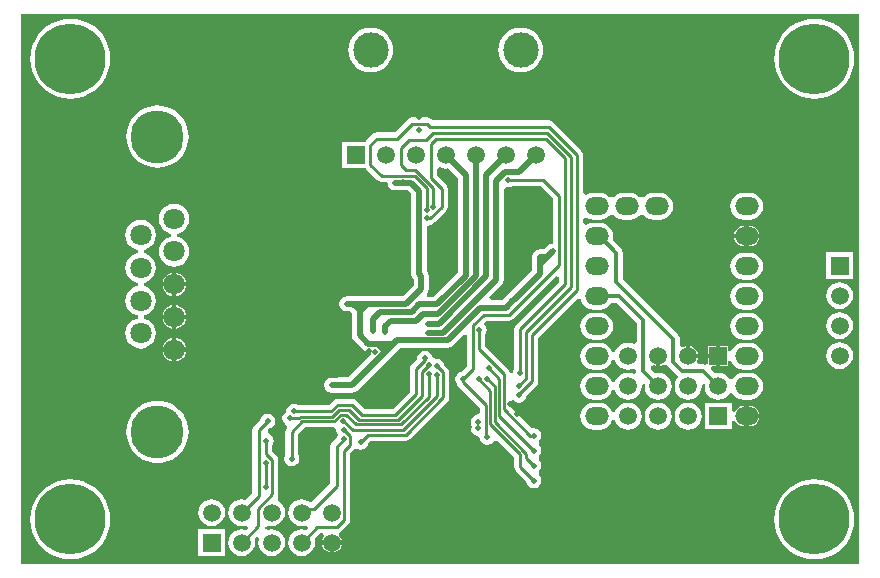
<source format=gbl>
G04*
G04 #@! TF.GenerationSoftware,Altium Limited,Altium Designer,20.0.13 (296)*
G04*
G04 Layer_Physical_Order=2*
G04 Layer_Color=16711680*
%FSLAX25Y25*%
%MOIN*%
G70*
G01*
G75*
%ADD11C,0.01000*%
%ADD74C,0.02000*%
%ADD77C,0.01400*%
%ADD78C,0.17717*%
%ADD79C,0.07087*%
%ADD80C,0.05906*%
%ADD81R,0.05906X0.05906*%
%ADD82C,0.11811*%
%ADD83C,0.23622*%
%ADD84O,0.07874X0.05906*%
%ADD85O,0.07874X0.05906*%
%ADD86R,0.05906X0.05906*%
%ADD87C,0.01968*%
G36*
X278725Y803D02*
X-697D01*
X-697Y184237D01*
X278725D01*
Y803D01*
D02*
G37*
%LPC*%
G36*
X165900Y179641D02*
X164448Y179498D01*
X163052Y179075D01*
X161766Y178387D01*
X160638Y177462D01*
X159713Y176334D01*
X159025Y175048D01*
X158602Y173652D01*
X158459Y172200D01*
X158602Y170748D01*
X159025Y169352D01*
X159713Y168066D01*
X160638Y166938D01*
X161766Y166013D01*
X163052Y165325D01*
X164448Y164902D01*
X165900Y164759D01*
X167352Y164902D01*
X168748Y165325D01*
X170034Y166013D01*
X171162Y166938D01*
X172087Y168066D01*
X172775Y169352D01*
X173198Y170748D01*
X173341Y172200D01*
X173198Y173652D01*
X172775Y175048D01*
X172087Y176334D01*
X171162Y177462D01*
X170034Y178387D01*
X168748Y179075D01*
X167352Y179498D01*
X165900Y179641D01*
D02*
G37*
G36*
X115900D02*
X114448Y179498D01*
X113052Y179075D01*
X111766Y178387D01*
X110638Y177462D01*
X109713Y176334D01*
X109025Y175048D01*
X108602Y173652D01*
X108459Y172200D01*
X108602Y170748D01*
X109025Y169352D01*
X109713Y168066D01*
X110638Y166938D01*
X111766Y166013D01*
X113052Y165325D01*
X114448Y164902D01*
X115900Y164759D01*
X117352Y164902D01*
X118748Y165325D01*
X120034Y166013D01*
X121162Y166938D01*
X122087Y168066D01*
X122775Y169352D01*
X123198Y170748D01*
X123341Y172200D01*
X123198Y173652D01*
X122775Y175048D01*
X122087Y176334D01*
X121162Y177462D01*
X120034Y178387D01*
X118748Y179075D01*
X117352Y179498D01*
X115900Y179641D01*
D02*
G37*
G36*
X263779Y182643D02*
X261691Y182479D01*
X259653Y181990D01*
X257718Y181188D01*
X255931Y180094D01*
X254338Y178733D01*
X252977Y177140D01*
X251883Y175353D01*
X251081Y173417D01*
X250592Y171380D01*
X250427Y169291D01*
X250592Y167203D01*
X251081Y165165D01*
X251883Y163230D01*
X252977Y161443D01*
X254338Y159850D01*
X255931Y158489D01*
X257718Y157395D01*
X259653Y156593D01*
X261691Y156104D01*
X263779Y155939D01*
X265868Y156104D01*
X267906Y156593D01*
X269841Y157395D01*
X271628Y158489D01*
X273221Y159850D01*
X274582Y161443D01*
X275676Y163230D01*
X276478Y165165D01*
X276967Y167203D01*
X277132Y169291D01*
X276967Y171380D01*
X276478Y173417D01*
X275676Y175353D01*
X274582Y177140D01*
X273221Y178733D01*
X271628Y180094D01*
X269841Y181188D01*
X267906Y181990D01*
X265868Y182479D01*
X263779Y182643D01*
D02*
G37*
G36*
X15748D02*
X13659Y182479D01*
X11622Y181990D01*
X9686Y181188D01*
X7900Y180094D01*
X6307Y178733D01*
X4946Y177140D01*
X3851Y175353D01*
X3049Y173417D01*
X2560Y171380D01*
X2396Y169291D01*
X2560Y167203D01*
X3049Y165165D01*
X3851Y163230D01*
X4946Y161443D01*
X6307Y159850D01*
X7900Y158489D01*
X9686Y157395D01*
X11622Y156593D01*
X13659Y156104D01*
X15748Y155939D01*
X17837Y156104D01*
X19874Y156593D01*
X21810Y157395D01*
X23596Y158489D01*
X25189Y159850D01*
X26550Y161443D01*
X27645Y163230D01*
X28447Y165165D01*
X28936Y167203D01*
X29100Y169291D01*
X28936Y171380D01*
X28447Y173417D01*
X27645Y175353D01*
X26550Y177140D01*
X25189Y178733D01*
X23596Y180094D01*
X21810Y181188D01*
X19874Y181990D01*
X17837Y182479D01*
X15748Y182643D01*
D02*
G37*
G36*
X44791Y153730D02*
X43165Y153603D01*
X41580Y153222D01*
X40073Y152598D01*
X38683Y151746D01*
X37444Y150687D01*
X36385Y149447D01*
X35533Y148057D01*
X34909Y146551D01*
X34528Y144966D01*
X34400Y143340D01*
X34528Y141715D01*
X34909Y140129D01*
X35533Y138623D01*
X36385Y137233D01*
X37444Y135993D01*
X38683Y134934D01*
X40073Y134082D01*
X41580Y133458D01*
X43165Y133078D01*
X44791Y132950D01*
X46416Y133078D01*
X48001Y133458D01*
X49508Y134082D01*
X50898Y134934D01*
X52138Y135993D01*
X53197Y137233D01*
X54048Y138623D01*
X54672Y140129D01*
X55053Y141715D01*
X55181Y143340D01*
X55053Y144966D01*
X54672Y146551D01*
X54048Y148057D01*
X53197Y149447D01*
X52138Y150687D01*
X50898Y151746D01*
X49508Y152598D01*
X48001Y153222D01*
X46416Y153603D01*
X44791Y153730D01*
D02*
G37*
G36*
X242184Y124691D02*
X240216D01*
X239053Y124538D01*
X237970Y124090D01*
X237040Y123376D01*
X236326Y122446D01*
X235878Y121362D01*
X235725Y120200D01*
X235878Y119038D01*
X236326Y117954D01*
X237040Y117024D01*
X237970Y116311D01*
X239053Y115862D01*
X240216Y115709D01*
X242184D01*
X243347Y115862D01*
X244430Y116311D01*
X245360Y117024D01*
X246074Y117954D01*
X246522Y119038D01*
X246675Y120200D01*
X246522Y121362D01*
X246074Y122446D01*
X245360Y123376D01*
X244430Y124090D01*
X243347Y124538D01*
X242184Y124691D01*
D02*
G37*
G36*
X134700Y149739D02*
X129700D01*
X128920Y149584D01*
X128258Y149142D01*
X123855Y144739D01*
X117900D01*
X117120Y144584D01*
X116458Y144142D01*
X116458Y144142D01*
X114358Y142042D01*
X114358Y142042D01*
X114098Y141653D01*
X106447D01*
Y132747D01*
X114232D01*
X114358Y132558D01*
X118058Y128858D01*
X118720Y128416D01*
X119500Y128261D01*
X121337D01*
X121551Y128000D01*
X121745Y127024D01*
X122298Y126198D01*
X123125Y125645D01*
X124100Y125451D01*
X128190D01*
X129467Y124174D01*
Y97511D01*
X129661Y96536D01*
X130151Y95802D01*
Y93708D01*
X126596Y90153D01*
X107981D01*
X107006Y89959D01*
X106178Y89406D01*
X105626Y88579D01*
X105432Y87604D01*
X105626Y86629D01*
X106178Y85802D01*
X107006Y85249D01*
X107981Y85055D01*
X108952D01*
X109607Y84400D01*
Y77131D01*
X109801Y76155D01*
X110354Y75328D01*
X113284Y72398D01*
X114111Y71845D01*
X115087Y71651D01*
X115740D01*
X116122Y70727D01*
X108444Y63049D01*
X105000D01*
X104541Y62958D01*
X102909D01*
X101933Y62764D01*
X101106Y62211D01*
X100554Y61384D01*
X100360Y60409D01*
X100554Y59433D01*
X101106Y58606D01*
X101933Y58054D01*
X102909Y57860D01*
X104909D01*
X105368Y57951D01*
X109500D01*
X110476Y58145D01*
X111302Y58698D01*
X122502Y69898D01*
X125556Y72951D01*
X132530D01*
X133498Y72872D01*
X133498Y72872D01*
X133498D01*
X133588Y71951D01*
X133454Y71924D01*
X133031Y71840D01*
X132209Y71291D01*
X131660Y70469D01*
X131467Y69500D01*
X131492Y69376D01*
X129558Y67442D01*
X129116Y66780D01*
X128961Y66000D01*
Y58345D01*
X123155Y52539D01*
X113845D01*
X110942Y55442D01*
X110280Y55884D01*
X109500Y56039D01*
X105000D01*
X104220Y55884D01*
X103558Y55442D01*
X101957Y53841D01*
X91721D01*
X91271Y54142D01*
X90302Y54335D01*
X89332Y54142D01*
X88511Y53593D01*
X87962Y52771D01*
X87769Y51802D01*
X87793Y51681D01*
X87209Y51291D01*
X86660Y50469D01*
X86467Y49500D01*
X86660Y48531D01*
X87209Y47709D01*
X87703Y47379D01*
X87981Y46551D01*
X87949Y46157D01*
X87616Y45659D01*
X87461Y44879D01*
Y37420D01*
X87160Y36969D01*
X86967Y36000D01*
X87160Y35031D01*
X87709Y34209D01*
X88531Y33660D01*
X89500Y33467D01*
X90469Y33660D01*
X91291Y34209D01*
X91840Y35031D01*
X92033Y36000D01*
X91840Y36969D01*
X91539Y37420D01*
Y44034D01*
X93966Y46461D01*
X103639D01*
X103800Y46394D01*
X104485Y45589D01*
X104467Y45500D01*
X104660Y44531D01*
X105009Y44008D01*
X104660Y43485D01*
X104554Y42954D01*
X103058Y41458D01*
X102616Y40796D01*
X102461Y40016D01*
Y27845D01*
X96004Y21388D01*
X95799D01*
X95146Y21890D01*
X94062Y22338D01*
X92900Y22491D01*
X91738Y22338D01*
X90654Y21890D01*
X89724Y21176D01*
X89011Y20246D01*
X88562Y19162D01*
X88409Y18000D01*
X88562Y16838D01*
X89011Y15754D01*
X89724Y14824D01*
X90654Y14110D01*
X91738Y13662D01*
X92900Y13509D01*
X94062Y13662D01*
X94406Y13804D01*
X94973Y12957D01*
X94269Y12253D01*
X94062Y12338D01*
X92900Y12491D01*
X91738Y12338D01*
X90654Y11890D01*
X89724Y11176D01*
X89011Y10246D01*
X88562Y9162D01*
X88409Y8000D01*
X88562Y6838D01*
X89011Y5754D01*
X89724Y4824D01*
X90654Y4110D01*
X91738Y3662D01*
X92900Y3509D01*
X94062Y3662D01*
X95146Y4110D01*
X96076Y4824D01*
X96789Y5754D01*
X97238Y6838D01*
X97391Y8000D01*
X97238Y9162D01*
X97153Y9369D01*
X98928Y11144D01*
X99925Y11113D01*
X100071Y10932D01*
X100332Y10161D01*
X99971Y9691D01*
X99634Y8875D01*
X99617Y8750D01*
X106183D01*
X106167Y8875D01*
X105829Y9691D01*
X105379Y10276D01*
X105434Y10842D01*
X105613Y11405D01*
X106142Y11758D01*
X108442Y14058D01*
X108884Y14720D01*
X109039Y15500D01*
Y37655D01*
X110442Y39058D01*
X111398Y39248D01*
X111531Y39160D01*
X112500Y38967D01*
X113469Y39160D01*
X114291Y39709D01*
X114840Y40531D01*
X114946Y41062D01*
X115845Y41961D01*
X127500D01*
X128280Y42116D01*
X128942Y42558D01*
X141426Y55042D01*
X141426Y55042D01*
X141868Y55704D01*
X142023Y56484D01*
X142023Y56484D01*
Y64822D01*
X141868Y65602D01*
X141426Y66264D01*
X140446Y67244D01*
X140340Y67775D01*
X139791Y68597D01*
X138969Y69146D01*
X138000Y69339D01*
X137501Y69240D01*
X136832Y69420D01*
X136442Y69956D01*
X136340Y70469D01*
X135791Y71291D01*
X134969Y71840D01*
X134546Y71924D01*
X134412Y71951D01*
X134502Y72872D01*
X134502D01*
X134502Y72872D01*
X135470Y72951D01*
X141500D01*
X142475Y73145D01*
X143302Y73698D01*
X147037Y77432D01*
X147961Y77049D01*
Y66845D01*
X146062Y64946D01*
X145531Y64840D01*
X144709Y64291D01*
X144160Y63469D01*
X143967Y62500D01*
X144160Y61531D01*
X144556Y60938D01*
X144616Y60636D01*
X145058Y59975D01*
X152161Y52872D01*
Y51111D01*
X151700Y50733D01*
X150731Y50540D01*
X149909Y49991D01*
X149360Y49169D01*
X149167Y48200D01*
X149360Y47231D01*
X149380Y47200D01*
X149360Y47169D01*
X149167Y46200D01*
X149360Y45231D01*
X149909Y44409D01*
X150731Y43860D01*
X151700Y43667D01*
X152234Y42754D01*
X152360Y42122D01*
X152909Y41300D01*
X153731Y40751D01*
X154700Y40558D01*
X155669Y40751D01*
X156491Y41300D01*
X156919Y41941D01*
X158010Y42263D01*
X163661Y36613D01*
Y33200D01*
X163816Y32420D01*
X164258Y31758D01*
X167754Y28262D01*
X167860Y27731D01*
X168409Y26909D01*
X169231Y26360D01*
X170200Y26167D01*
X171169Y26360D01*
X171991Y26909D01*
X172540Y27731D01*
X172733Y28700D01*
X172540Y29669D01*
X171991Y30491D01*
X171830Y30599D01*
Y31801D01*
X171991Y31909D01*
X172540Y32731D01*
X172733Y33700D01*
X172540Y34669D01*
X171991Y35491D01*
X171830Y35599D01*
Y36801D01*
X171991Y36909D01*
X172540Y37731D01*
X172733Y38700D01*
X172540Y39669D01*
X171991Y40491D01*
X171830Y40599D01*
Y41801D01*
X171991Y41909D01*
X172540Y42731D01*
X172733Y43700D01*
X172540Y44669D01*
X171991Y45491D01*
X171169Y46040D01*
X170200Y46233D01*
X169532Y46100D01*
X162239Y53393D01*
Y55360D01*
X163239Y55663D01*
X163409Y55409D01*
X164231Y54860D01*
X165200Y54667D01*
X166169Y54860D01*
X166991Y55409D01*
X167540Y56231D01*
X167694Y57004D01*
X171042Y60352D01*
X171484Y61014D01*
X171639Y61794D01*
Y76255D01*
X184817Y89433D01*
X185873Y89075D01*
X185878Y89038D01*
X186326Y87954D01*
X187040Y87024D01*
X187970Y86310D01*
X189053Y85862D01*
X190216Y85709D01*
X192184D01*
X193347Y85862D01*
X194430Y86310D01*
X195360Y87024D01*
X196074Y87954D01*
X196075Y87957D01*
X197871D01*
X204504Y81324D01*
Y74837D01*
X203504Y74272D01*
X202862Y74538D01*
X201700Y74691D01*
X200538Y74538D01*
X199454Y74089D01*
X198524Y73376D01*
X197810Y72446D01*
X197457Y71592D01*
X197353Y71566D01*
X196531D01*
X196427Y71592D01*
X196074Y72446D01*
X195360Y73376D01*
X194430Y74089D01*
X193347Y74538D01*
X192184Y74691D01*
X190216D01*
X189053Y74538D01*
X187970Y74089D01*
X187040Y73376D01*
X186326Y72446D01*
X185878Y71362D01*
X185725Y70200D01*
X185878Y69038D01*
X186326Y67954D01*
X187040Y67024D01*
X187970Y66311D01*
X189053Y65862D01*
X190216Y65709D01*
X192184D01*
X193347Y65862D01*
X194430Y66311D01*
X195360Y67024D01*
X196074Y67954D01*
X196427Y68808D01*
X196531Y68834D01*
X197353D01*
X197457Y68808D01*
X197810Y67954D01*
X198524Y67024D01*
X199454Y66311D01*
X200538Y65862D01*
X201700Y65709D01*
X202862Y65862D01*
X203321Y66052D01*
X204228Y65545D01*
X204347Y64836D01*
X203530Y64262D01*
X202862Y64538D01*
X201700Y64691D01*
X200538Y64538D01*
X199454Y64090D01*
X198524Y63376D01*
X197810Y62446D01*
X197457Y61592D01*
X197353Y61566D01*
X196531D01*
X196427Y61592D01*
X196074Y62446D01*
X195360Y63376D01*
X194430Y64090D01*
X193347Y64538D01*
X192184Y64691D01*
X190216D01*
X189053Y64538D01*
X187970Y64090D01*
X187040Y63376D01*
X186326Y62446D01*
X185878Y61362D01*
X185725Y60200D01*
X185878Y59038D01*
X186326Y57954D01*
X187040Y57024D01*
X187970Y56310D01*
X189053Y55862D01*
X190216Y55709D01*
X192184D01*
X193347Y55862D01*
X194430Y56310D01*
X195360Y57024D01*
X196074Y57954D01*
X196427Y58808D01*
X196531Y58834D01*
X197353D01*
X197457Y58808D01*
X197810Y57954D01*
X198524Y57024D01*
X199454Y56310D01*
X200538Y55862D01*
X201700Y55709D01*
X202862Y55862D01*
X203946Y56310D01*
X204876Y57024D01*
X205590Y57954D01*
X206038Y59038D01*
X206191Y60200D01*
X206159Y60442D01*
X207096Y60987D01*
X207293Y60839D01*
X207209Y60200D01*
X207362Y59038D01*
X207810Y57954D01*
X208524Y57024D01*
X209454Y56310D01*
X210538Y55862D01*
X211700Y55709D01*
X212862Y55862D01*
X213946Y56310D01*
X214876Y57024D01*
X215589Y57954D01*
X216038Y59038D01*
X216191Y60200D01*
X216038Y61362D01*
X215589Y62446D01*
X214876Y63376D01*
X213946Y64090D01*
X212862Y64538D01*
X211700Y64691D01*
X210538Y64538D01*
X210535Y64537D01*
X209192Y65880D01*
X209279Y66671D01*
X209353Y66732D01*
X210201Y67192D01*
X210825Y66934D01*
X210950Y66917D01*
Y70200D01*
X212450D01*
Y66917D01*
X212575Y66934D01*
X213391Y67271D01*
X213623Y67450D01*
X214142Y67371D01*
X214771Y67144D01*
X214777Y67138D01*
X215161Y66562D01*
X218157Y63567D01*
X218248Y63016D01*
X217811Y62446D01*
X217362Y61362D01*
X217209Y60200D01*
X217362Y59038D01*
X217811Y57954D01*
X218524Y57024D01*
X219454Y56310D01*
X220538Y55862D01*
X221700Y55709D01*
X222862Y55862D01*
X223946Y56310D01*
X224876Y57024D01*
X225589Y57954D01*
X226038Y59038D01*
X226191Y60200D01*
X226159Y60442D01*
X227096Y60987D01*
X227293Y60839D01*
X227209Y60200D01*
X227362Y59038D01*
X227811Y57954D01*
X228524Y57024D01*
X229454Y56310D01*
X230538Y55862D01*
X231700Y55709D01*
X232862Y55862D01*
X233946Y56310D01*
X234876Y57024D01*
X235365Y57662D01*
X235629Y57742D01*
X236287D01*
X236551Y57662D01*
X237040Y57024D01*
X237970Y56310D01*
X239053Y55862D01*
X240216Y55709D01*
X242184D01*
X243347Y55862D01*
X244430Y56310D01*
X245360Y57024D01*
X246074Y57954D01*
X246522Y59038D01*
X246675Y60200D01*
X246522Y61362D01*
X246074Y62446D01*
X245360Y63376D01*
X244430Y64090D01*
X243347Y64538D01*
X242184Y64691D01*
X240216D01*
X239053Y64538D01*
X237970Y64090D01*
X237040Y63376D01*
X236551Y62738D01*
X236287Y62658D01*
X235629D01*
X235365Y62738D01*
X234876Y63376D01*
X233946Y64090D01*
X232862Y64538D01*
X231700Y64691D01*
X230538Y64538D01*
X230535Y64537D01*
X229225Y65847D01*
X229639Y66847D01*
X230950D01*
Y69450D01*
X228347D01*
Y67932D01*
X228112Y67708D01*
X227347Y67277D01*
X226747Y67396D01*
X225035D01*
X224542Y68396D01*
X224629Y68509D01*
X224966Y69325D01*
X224983Y69450D01*
X221700D01*
Y70200D01*
X220950D01*
Y73483D01*
X220825Y73466D01*
X220009Y73129D01*
X219990Y73114D01*
X218990Y73607D01*
Y75753D01*
X218820Y76611D01*
X218333Y77339D01*
X199943Y95729D01*
Y104684D01*
X199772Y105543D01*
X199286Y106270D01*
X196521Y109035D01*
X196522Y109038D01*
X196675Y110200D01*
X196522Y111362D01*
X196074Y112446D01*
X195360Y113376D01*
X194430Y114090D01*
X193347Y114538D01*
X192184Y114691D01*
X190216D01*
X189053Y114538D01*
X187970Y114090D01*
X187739Y113912D01*
X186739Y114405D01*
Y115995D01*
X187739Y116488D01*
X187970Y116311D01*
X189053Y115862D01*
X190216Y115709D01*
X192184D01*
X193347Y115862D01*
X194430Y116311D01*
X195360Y117024D01*
X195570Y117298D01*
X196830D01*
X197040Y117024D01*
X197970Y116311D01*
X199053Y115862D01*
X200216Y115709D01*
X202184D01*
X203347Y115862D01*
X204430Y116311D01*
X205360Y117024D01*
X205570Y117298D01*
X206830D01*
X207040Y117024D01*
X207970Y116311D01*
X209053Y115862D01*
X210216Y115709D01*
X212184D01*
X213347Y115862D01*
X214430Y116311D01*
X215360Y117024D01*
X216074Y117954D01*
X216522Y119038D01*
X216675Y120200D01*
X216522Y121362D01*
X216074Y122446D01*
X215360Y123376D01*
X214430Y124090D01*
X213347Y124538D01*
X212184Y124691D01*
X210216D01*
X209053Y124538D01*
X207970Y124090D01*
X207040Y123376D01*
X206830Y123102D01*
X205570D01*
X205360Y123376D01*
X204430Y124090D01*
X203347Y124538D01*
X202184Y124691D01*
X200216D01*
X199053Y124538D01*
X197970Y124090D01*
X197040Y123376D01*
X196830Y123102D01*
X195570D01*
X195360Y123376D01*
X194430Y124090D01*
X193347Y124538D01*
X192184Y124691D01*
X190216D01*
X189053Y124538D01*
X187970Y124090D01*
X187739Y123912D01*
X186739Y124405D01*
Y137200D01*
X186584Y137980D01*
X186142Y138642D01*
X176642Y148142D01*
X175980Y148584D01*
X175200Y148739D01*
X136545D01*
X136142Y149142D01*
X135480Y149584D01*
X134700Y149739D01*
D02*
G37*
G36*
X242184Y113582D02*
X241950D01*
Y110950D01*
X245467D01*
X245451Y111075D01*
X245113Y111891D01*
X244576Y112591D01*
X243875Y113129D01*
X243059Y113467D01*
X242184Y113582D01*
D02*
G37*
G36*
X240450D02*
X240216D01*
X239340Y113467D01*
X238525Y113129D01*
X237825Y112591D01*
X237287Y111891D01*
X236949Y111075D01*
X236933Y110950D01*
X240450D01*
Y113582D01*
D02*
G37*
G36*
X245467Y109450D02*
X241950D01*
Y106818D01*
X242184D01*
X243059Y106933D01*
X243875Y107271D01*
X244576Y107809D01*
X245113Y108509D01*
X245451Y109325D01*
X245467Y109450D01*
D02*
G37*
G36*
X240450D02*
X236933D01*
X236949Y109325D01*
X237287Y108509D01*
X237825Y107809D01*
X238525Y107271D01*
X239340Y106933D01*
X240216Y106818D01*
X240450D01*
Y109450D01*
D02*
G37*
G36*
X50381Y121045D02*
X49064Y120872D01*
X47838Y120364D01*
X46784Y119555D01*
X45976Y118502D01*
X45468Y117275D01*
X45294Y115958D01*
X45468Y114642D01*
X45976Y113415D01*
X46784Y112361D01*
X47838Y111553D01*
X49064Y111045D01*
X49330Y111010D01*
Y110001D01*
X49064Y109966D01*
X47838Y109458D01*
X46784Y108650D01*
X45976Y107596D01*
X45468Y106369D01*
X45294Y105053D01*
X45468Y103736D01*
X45976Y102509D01*
X46784Y101456D01*
X47838Y100647D01*
X49064Y100139D01*
X50381Y99966D01*
X51698Y100139D01*
X52925Y100647D01*
X53978Y101456D01*
X54786Y102509D01*
X55295Y103736D01*
X55468Y105053D01*
X55295Y106369D01*
X54786Y107596D01*
X53978Y108650D01*
X52925Y109458D01*
X51698Y109966D01*
X51432Y110001D01*
Y111010D01*
X51698Y111045D01*
X52925Y111553D01*
X53978Y112361D01*
X54786Y113415D01*
X55295Y114642D01*
X55468Y115958D01*
X55295Y117275D01*
X54786Y118502D01*
X53978Y119555D01*
X52925Y120364D01*
X51698Y120872D01*
X50381Y121045D01*
D02*
G37*
G36*
X276653Y104753D02*
X267747D01*
Y95847D01*
X276653D01*
Y104753D01*
D02*
G37*
G36*
X242184Y104691D02*
X240216D01*
X239053Y104538D01*
X237970Y104089D01*
X237040Y103376D01*
X236326Y102446D01*
X235878Y101362D01*
X235725Y100200D01*
X235878Y99038D01*
X236326Y97954D01*
X237040Y97024D01*
X237970Y96311D01*
X239053Y95862D01*
X240216Y95709D01*
X242184D01*
X243347Y95862D01*
X244430Y96311D01*
X245360Y97024D01*
X246074Y97954D01*
X246522Y99038D01*
X246675Y100200D01*
X246522Y101362D01*
X246074Y102446D01*
X245360Y103376D01*
X244430Y104089D01*
X243347Y104538D01*
X242184Y104691D01*
D02*
G37*
G36*
X51131Y98026D02*
Y94897D01*
X54260D01*
X54223Y95177D01*
X53826Y96136D01*
X53193Y96960D01*
X52370Y97592D01*
X51411Y97989D01*
X51131Y98026D01*
D02*
G37*
G36*
X49631Y98026D02*
X49352Y97989D01*
X48392Y97592D01*
X47569Y96960D01*
X46937Y96136D01*
X46539Y95177D01*
X46503Y94897D01*
X49631D01*
Y98026D01*
D02*
G37*
G36*
X54260Y93397D02*
X51131D01*
Y90269D01*
X51411Y90305D01*
X52370Y90703D01*
X53193Y91335D01*
X53826Y92159D01*
X54223Y93118D01*
X54260Y93397D01*
D02*
G37*
G36*
X49631D02*
X46503D01*
X46539Y93118D01*
X46937Y92159D01*
X47569Y91335D01*
X48392Y90703D01*
X49352Y90305D01*
X49631Y90269D01*
Y93397D01*
D02*
G37*
G36*
X272200Y94791D02*
X271038Y94638D01*
X269954Y94190D01*
X269024Y93476D01*
X268310Y92546D01*
X267862Y91462D01*
X267709Y90300D01*
X267862Y89138D01*
X268310Y88054D01*
X269024Y87124D01*
X269954Y86410D01*
X271038Y85962D01*
X272200Y85809D01*
X273362Y85962D01*
X274446Y86410D01*
X275376Y87124D01*
X276090Y88054D01*
X276538Y89138D01*
X276691Y90300D01*
X276538Y91462D01*
X276090Y92546D01*
X275376Y93476D01*
X274446Y94190D01*
X273362Y94638D01*
X272200Y94791D01*
D02*
G37*
G36*
X242184Y94691D02*
X240216D01*
X239053Y94538D01*
X237970Y94090D01*
X237040Y93376D01*
X236326Y92446D01*
X235878Y91362D01*
X235725Y90200D01*
X235878Y89038D01*
X236326Y87954D01*
X237040Y87024D01*
X237970Y86310D01*
X239053Y85862D01*
X240216Y85709D01*
X242184D01*
X243347Y85862D01*
X244430Y86310D01*
X245360Y87024D01*
X246074Y87954D01*
X246522Y89038D01*
X246675Y90200D01*
X246522Y91362D01*
X246074Y92446D01*
X245360Y93376D01*
X244430Y94090D01*
X243347Y94538D01*
X242184Y94691D01*
D02*
G37*
G36*
X51131Y87120D02*
Y83992D01*
X54260D01*
X54223Y84271D01*
X53826Y85230D01*
X53193Y86054D01*
X52370Y86686D01*
X51411Y87084D01*
X51131Y87120D01*
D02*
G37*
G36*
X49631Y87120D02*
X49352Y87084D01*
X48392Y86686D01*
X47569Y86054D01*
X46937Y85230D01*
X46539Y84271D01*
X46503Y83992D01*
X49631D01*
Y87120D01*
D02*
G37*
G36*
X54260Y82492D02*
X51131D01*
Y79363D01*
X51411Y79400D01*
X52370Y79797D01*
X53193Y80429D01*
X53826Y81253D01*
X54223Y82212D01*
X54260Y82492D01*
D02*
G37*
G36*
X49631D02*
X46503D01*
X46539Y82212D01*
X46937Y81253D01*
X47569Y80429D01*
X48392Y79797D01*
X49352Y79400D01*
X49631Y79363D01*
Y82492D01*
D02*
G37*
G36*
X272200Y84791D02*
X271038Y84638D01*
X269954Y84189D01*
X269024Y83476D01*
X268310Y82546D01*
X267862Y81462D01*
X267709Y80300D01*
X267862Y79138D01*
X268310Y78054D01*
X269024Y77124D01*
X269954Y76411D01*
X271038Y75962D01*
X272200Y75809D01*
X273362Y75962D01*
X274446Y76411D01*
X275376Y77124D01*
X276090Y78054D01*
X276538Y79138D01*
X276691Y80300D01*
X276538Y81462D01*
X276090Y82546D01*
X275376Y83476D01*
X274446Y84189D01*
X273362Y84638D01*
X272200Y84791D01*
D02*
G37*
G36*
X242184Y84691D02*
X240216D01*
X239053Y84538D01*
X237970Y84089D01*
X237040Y83376D01*
X236326Y82446D01*
X235878Y81362D01*
X235725Y80200D01*
X235878Y79038D01*
X236326Y77954D01*
X237040Y77024D01*
X237970Y76310D01*
X239053Y75862D01*
X240216Y75709D01*
X242184D01*
X243347Y75862D01*
X244430Y76310D01*
X245360Y77024D01*
X246074Y77954D01*
X246522Y79038D01*
X246675Y80200D01*
X246522Y81362D01*
X246074Y82446D01*
X245360Y83376D01*
X244430Y84089D01*
X243347Y84538D01*
X242184Y84691D01*
D02*
G37*
G36*
X192184D02*
X190216D01*
X189053Y84538D01*
X187970Y84089D01*
X187040Y83376D01*
X186326Y82446D01*
X185878Y81362D01*
X185725Y80200D01*
X185878Y79038D01*
X186326Y77954D01*
X187040Y77024D01*
X187970Y76310D01*
X189053Y75862D01*
X190216Y75709D01*
X192184D01*
X193347Y75862D01*
X194430Y76310D01*
X195360Y77024D01*
X196074Y77954D01*
X196522Y79038D01*
X196675Y80200D01*
X196522Y81362D01*
X196074Y82446D01*
X195360Y83376D01*
X194430Y84089D01*
X193347Y84538D01*
X192184Y84691D01*
D02*
G37*
G36*
X51131Y76215D02*
Y73086D01*
X54260D01*
X54223Y73366D01*
X53826Y74325D01*
X53193Y75149D01*
X52370Y75781D01*
X51411Y76178D01*
X51131Y76215D01*
D02*
G37*
G36*
X49631Y76215D02*
X49352Y76178D01*
X48392Y75781D01*
X47569Y75149D01*
X46937Y74325D01*
X46539Y73366D01*
X46503Y73086D01*
X49631D01*
Y76215D01*
D02*
G37*
G36*
X39200Y115592D02*
X37883Y115419D01*
X36657Y114911D01*
X35603Y114102D01*
X34795Y113049D01*
X34286Y111822D01*
X34113Y110505D01*
X34286Y109189D01*
X34795Y107962D01*
X35603Y106909D01*
X36657Y106100D01*
X37883Y105592D01*
X38149Y105557D01*
Y104548D01*
X37883Y104514D01*
X36657Y104005D01*
X35603Y103197D01*
X34795Y102143D01*
X34286Y100917D01*
X34113Y99600D01*
X34286Y98283D01*
X34795Y97057D01*
X35603Y96003D01*
X36657Y95195D01*
X37883Y94687D01*
X38149Y94652D01*
Y93643D01*
X37883Y93608D01*
X36657Y93100D01*
X35603Y92291D01*
X34795Y91238D01*
X34286Y90011D01*
X34113Y88695D01*
X34286Y87378D01*
X34795Y86151D01*
X35603Y85098D01*
X36657Y84289D01*
X37883Y83781D01*
X38149Y83746D01*
Y82737D01*
X37883Y82702D01*
X36657Y82194D01*
X35603Y81386D01*
X34795Y80332D01*
X34286Y79106D01*
X34113Y77789D01*
X34286Y76472D01*
X34795Y75246D01*
X35603Y74192D01*
X36657Y73384D01*
X37883Y72875D01*
X39200Y72702D01*
X40517Y72875D01*
X41743Y73384D01*
X42797Y74192D01*
X43605Y75246D01*
X44113Y76472D01*
X44287Y77789D01*
X44113Y79106D01*
X43605Y80332D01*
X42797Y81386D01*
X41743Y82194D01*
X40517Y82702D01*
X40251Y82737D01*
Y83746D01*
X40517Y83781D01*
X41743Y84289D01*
X42797Y85098D01*
X43605Y86151D01*
X44113Y87378D01*
X44287Y88695D01*
X44113Y90011D01*
X43605Y91238D01*
X42797Y92291D01*
X41743Y93100D01*
X40517Y93608D01*
X40251Y93643D01*
Y94652D01*
X40517Y94687D01*
X41743Y95195D01*
X42797Y96003D01*
X43605Y97057D01*
X44113Y98283D01*
X44287Y99600D01*
X44113Y100917D01*
X43605Y102143D01*
X42797Y103197D01*
X41743Y104005D01*
X40517Y104514D01*
X40251Y104548D01*
Y105557D01*
X40517Y105592D01*
X41743Y106100D01*
X42797Y106909D01*
X43605Y107962D01*
X44113Y109189D01*
X44287Y110505D01*
X44113Y111822D01*
X43605Y113049D01*
X42797Y114102D01*
X41743Y114911D01*
X40517Y115419D01*
X39200Y115592D01*
D02*
G37*
G36*
X242184Y74691D02*
X240216D01*
X239053Y74538D01*
X237970Y74089D01*
X237040Y73376D01*
X236326Y72446D01*
X236053Y71785D01*
X235053Y71984D01*
Y73553D01*
X232450D01*
Y70200D01*
Y66847D01*
X235053D01*
Y68416D01*
X236053Y68615D01*
X236326Y67954D01*
X237040Y67024D01*
X237970Y66311D01*
X239053Y65862D01*
X240216Y65709D01*
X242184D01*
X243347Y65862D01*
X244430Y66311D01*
X245360Y67024D01*
X246074Y67954D01*
X246522Y69038D01*
X246675Y70200D01*
X246522Y71362D01*
X246074Y72446D01*
X245360Y73376D01*
X244430Y74089D01*
X243347Y74538D01*
X242184Y74691D01*
D02*
G37*
G36*
X222450Y73483D02*
Y70950D01*
X224983D01*
X224966Y71075D01*
X224629Y71891D01*
X224091Y72591D01*
X223391Y73129D01*
X222575Y73466D01*
X222450Y73483D01*
D02*
G37*
G36*
X230950Y73553D02*
X228347D01*
Y70950D01*
X230950D01*
Y73553D01*
D02*
G37*
G36*
X54260Y71586D02*
X51131D01*
Y68458D01*
X51411Y68494D01*
X52370Y68892D01*
X53193Y69524D01*
X53826Y70348D01*
X54223Y71307D01*
X54260Y71586D01*
D02*
G37*
G36*
X49631D02*
X46503D01*
X46539Y71307D01*
X46937Y70348D01*
X47569Y69524D01*
X48392Y68892D01*
X49352Y68494D01*
X49631Y68458D01*
Y71586D01*
D02*
G37*
G36*
X272200Y74791D02*
X271038Y74638D01*
X269954Y74190D01*
X269024Y73476D01*
X268310Y72546D01*
X267862Y71462D01*
X267709Y70300D01*
X267862Y69138D01*
X268310Y68054D01*
X269024Y67124D01*
X269954Y66410D01*
X271038Y65962D01*
X272200Y65809D01*
X273362Y65962D01*
X274446Y66410D01*
X275376Y67124D01*
X276090Y68054D01*
X276538Y69138D01*
X276691Y70300D01*
X276538Y71462D01*
X276090Y72546D01*
X275376Y73476D01*
X274446Y74190D01*
X273362Y74638D01*
X272200Y74791D01*
D02*
G37*
G36*
X201700Y54691D02*
X200538Y54538D01*
X199454Y54089D01*
X198524Y53376D01*
X197810Y52446D01*
X197457Y51592D01*
X197353Y51566D01*
X196531D01*
X196427Y51592D01*
X196074Y52446D01*
X195360Y53376D01*
X194430Y54089D01*
X193347Y54538D01*
X192184Y54691D01*
X190216D01*
X189053Y54538D01*
X187970Y54089D01*
X187040Y53376D01*
X186326Y52446D01*
X185878Y51362D01*
X185725Y50200D01*
X185878Y49038D01*
X186326Y47954D01*
X187040Y47024D01*
X187970Y46310D01*
X189053Y45862D01*
X190216Y45709D01*
X192184D01*
X193347Y45862D01*
X194430Y46310D01*
X195360Y47024D01*
X196074Y47954D01*
X196427Y48808D01*
X196531Y48834D01*
X197353D01*
X197457Y48808D01*
X197810Y47954D01*
X198524Y47024D01*
X199454Y46310D01*
X200538Y45862D01*
X201700Y45709D01*
X202862Y45862D01*
X203946Y46310D01*
X204876Y47024D01*
X205590Y47954D01*
X206038Y49038D01*
X206191Y50200D01*
X206038Y51362D01*
X205590Y52446D01*
X204876Y53376D01*
X203946Y54089D01*
X202862Y54538D01*
X201700Y54691D01*
D02*
G37*
G36*
X242184Y53582D02*
X241950D01*
Y50950D01*
X245467D01*
X245451Y51075D01*
X245113Y51891D01*
X244576Y52591D01*
X243875Y53129D01*
X243059Y53466D01*
X242184Y53582D01*
D02*
G37*
G36*
X245467Y49450D02*
X241950D01*
Y46818D01*
X242184D01*
X243059Y46934D01*
X243875Y47271D01*
X244576Y47809D01*
X245113Y48509D01*
X245451Y49325D01*
X245467Y49450D01*
D02*
G37*
G36*
X236153Y54653D02*
X227247D01*
Y45747D01*
X236153D01*
Y48635D01*
X237153Y48834D01*
X237287Y48509D01*
X237825Y47809D01*
X238525Y47271D01*
X239340Y46934D01*
X240216Y46818D01*
X240450D01*
Y50200D01*
Y53582D01*
X240216D01*
X239340Y53466D01*
X238525Y53129D01*
X237825Y52591D01*
X237287Y51891D01*
X237153Y51566D01*
X236153Y51765D01*
Y54653D01*
D02*
G37*
G36*
X221700Y54691D02*
X220538Y54538D01*
X219454Y54089D01*
X218524Y53376D01*
X217811Y52446D01*
X217362Y51362D01*
X217209Y50200D01*
X217362Y49038D01*
X217811Y47954D01*
X218524Y47024D01*
X219454Y46310D01*
X220538Y45862D01*
X221700Y45709D01*
X222862Y45862D01*
X223946Y46310D01*
X224876Y47024D01*
X225589Y47954D01*
X226038Y49038D01*
X226191Y50200D01*
X226038Y51362D01*
X225589Y52446D01*
X224876Y53376D01*
X223946Y54089D01*
X222862Y54538D01*
X221700Y54691D01*
D02*
G37*
G36*
X211700D02*
X210538Y54538D01*
X209454Y54089D01*
X208524Y53376D01*
X207810Y52446D01*
X207362Y51362D01*
X207209Y50200D01*
X207362Y49038D01*
X207810Y47954D01*
X208524Y47024D01*
X209454Y46310D01*
X210538Y45862D01*
X211700Y45709D01*
X212862Y45862D01*
X213946Y46310D01*
X214876Y47024D01*
X215589Y47954D01*
X216038Y49038D01*
X216191Y50200D01*
X216038Y51362D01*
X215589Y52446D01*
X214876Y53376D01*
X213946Y54089D01*
X212862Y54538D01*
X211700Y54691D01*
D02*
G37*
G36*
X44791Y55345D02*
X43165Y55217D01*
X41580Y54836D01*
X40073Y54212D01*
X38683Y53360D01*
X37444Y52301D01*
X36385Y51062D01*
X35533Y49671D01*
X34909Y48165D01*
X34528Y46580D01*
X34400Y44954D01*
X34528Y43329D01*
X34909Y41743D01*
X35533Y40237D01*
X36385Y38847D01*
X37444Y37607D01*
X38683Y36548D01*
X40073Y35697D01*
X41580Y35073D01*
X43165Y34692D01*
X44791Y34564D01*
X46416Y34692D01*
X48001Y35073D01*
X49508Y35697D01*
X50898Y36548D01*
X52138Y37607D01*
X53197Y38847D01*
X54048Y40237D01*
X54672Y41743D01*
X55053Y43329D01*
X55181Y44954D01*
X55053Y46580D01*
X54672Y48165D01*
X54048Y49671D01*
X53197Y51062D01*
X52138Y52301D01*
X50898Y53360D01*
X49508Y54212D01*
X48001Y54836D01*
X46416Y55217D01*
X44791Y55345D01*
D02*
G37*
G36*
X81500Y51033D02*
X80531Y50840D01*
X79709Y50291D01*
X79160Y49469D01*
X79054Y48938D01*
X77058Y46942D01*
X76616Y46280D01*
X76461Y45500D01*
Y24445D01*
X74269Y22253D01*
X74062Y22338D01*
X72900Y22491D01*
X71738Y22338D01*
X70654Y21890D01*
X69724Y21176D01*
X69011Y20246D01*
X68562Y19162D01*
X68409Y18000D01*
X68562Y16838D01*
X69011Y15754D01*
X69724Y14824D01*
X70654Y14110D01*
X71738Y13662D01*
X72900Y13509D01*
X74062Y13662D01*
X74406Y13804D01*
X74973Y12957D01*
X74269Y12253D01*
X74062Y12338D01*
X72900Y12491D01*
X71738Y12338D01*
X70654Y11890D01*
X69724Y11176D01*
X69011Y10246D01*
X68562Y9162D01*
X68409Y8000D01*
X68562Y6838D01*
X69011Y5754D01*
X69724Y4824D01*
X70654Y4110D01*
X71738Y3662D01*
X72900Y3509D01*
X74062Y3662D01*
X75146Y4110D01*
X76076Y4824D01*
X76789Y5754D01*
X77238Y6838D01*
X77391Y8000D01*
X77238Y9162D01*
X77153Y9369D01*
X77856Y10073D01*
X78704Y9506D01*
X78562Y9162D01*
X78409Y8000D01*
X78562Y6838D01*
X79010Y5754D01*
X79724Y4824D01*
X80654Y4110D01*
X81738Y3662D01*
X82900Y3509D01*
X84062Y3662D01*
X85146Y4110D01*
X86076Y4824D01*
X86790Y5754D01*
X87238Y6838D01*
X87391Y8000D01*
X87238Y9162D01*
X86790Y10246D01*
X86076Y11176D01*
X85146Y11890D01*
X84062Y12338D01*
X82900Y12491D01*
X81738Y12338D01*
X81662Y12307D01*
X81099Y12547D01*
X80709Y12995D01*
X80744Y13147D01*
X81738Y13662D01*
X82900Y13509D01*
X84062Y13662D01*
X85146Y14110D01*
X86076Y14824D01*
X86790Y15754D01*
X87238Y16838D01*
X87391Y18000D01*
X87238Y19162D01*
X86790Y20246D01*
X86076Y21176D01*
X85169Y21871D01*
X85095Y21938D01*
X84827Y23104D01*
X84944Y23280D01*
X85100Y24060D01*
X85100Y24060D01*
Y35476D01*
X84944Y36257D01*
X84502Y36918D01*
X83039Y38381D01*
Y40580D01*
X83340Y41031D01*
X83533Y42000D01*
X83340Y42969D01*
X82791Y43791D01*
X81969Y44340D01*
X81839Y44366D01*
X81511Y45301D01*
X82067Y46080D01*
X82469Y46160D01*
X83291Y46709D01*
X83840Y47531D01*
X84033Y48500D01*
X83840Y49469D01*
X83291Y50291D01*
X82469Y50840D01*
X81500Y51033D01*
D02*
G37*
G36*
X62900Y22491D02*
X61738Y22338D01*
X60654Y21890D01*
X59724Y21176D01*
X59010Y20246D01*
X58562Y19162D01*
X58409Y18000D01*
X58562Y16838D01*
X59010Y15754D01*
X59724Y14824D01*
X60654Y14110D01*
X61738Y13662D01*
X62900Y13509D01*
X64062Y13662D01*
X65146Y14110D01*
X66076Y14824D01*
X66790Y15754D01*
X67238Y16838D01*
X67391Y18000D01*
X67238Y19162D01*
X66790Y20246D01*
X66076Y21176D01*
X65146Y21890D01*
X64062Y22338D01*
X62900Y22491D01*
D02*
G37*
G36*
X106183Y7250D02*
X103650D01*
Y4717D01*
X103775Y4734D01*
X104591Y5071D01*
X105291Y5609D01*
X105829Y6309D01*
X106167Y7125D01*
X106183Y7250D01*
D02*
G37*
G36*
X102150D02*
X99617D01*
X99634Y7125D01*
X99971Y6309D01*
X100509Y5609D01*
X101209Y5071D01*
X102025Y4734D01*
X102150Y4717D01*
Y7250D01*
D02*
G37*
G36*
X67353Y12453D02*
X58447D01*
Y3547D01*
X67353D01*
Y12453D01*
D02*
G37*
G36*
X263779Y29100D02*
X261691Y28936D01*
X259653Y28447D01*
X257718Y27645D01*
X255931Y26550D01*
X254338Y25189D01*
X252977Y23596D01*
X251883Y21810D01*
X251081Y19874D01*
X250592Y17837D01*
X250427Y15748D01*
X250592Y13659D01*
X251081Y11622D01*
X251883Y9686D01*
X252977Y7900D01*
X254338Y6307D01*
X255931Y4946D01*
X257718Y3851D01*
X259653Y3049D01*
X261691Y2560D01*
X263779Y2396D01*
X265868Y2560D01*
X267906Y3049D01*
X269841Y3851D01*
X271628Y4946D01*
X273221Y6307D01*
X274582Y7900D01*
X275676Y9686D01*
X276478Y11622D01*
X276967Y13659D01*
X277132Y15748D01*
X276967Y17837D01*
X276478Y19874D01*
X275676Y21810D01*
X274582Y23596D01*
X273221Y25189D01*
X271628Y26550D01*
X269841Y27645D01*
X267906Y28447D01*
X265868Y28936D01*
X263779Y29100D01*
D02*
G37*
G36*
X15748D02*
X13659Y28936D01*
X11622Y28447D01*
X9686Y27645D01*
X7900Y26550D01*
X6307Y25189D01*
X4946Y23596D01*
X3851Y21810D01*
X3049Y19874D01*
X2560Y17837D01*
X2396Y15748D01*
X2560Y13659D01*
X3049Y11622D01*
X3851Y9686D01*
X4946Y7900D01*
X6307Y6307D01*
X7900Y4946D01*
X9686Y3851D01*
X11622Y3049D01*
X13659Y2560D01*
X15748Y2396D01*
X17837Y2560D01*
X19874Y3049D01*
X21810Y3851D01*
X23596Y4946D01*
X25189Y6307D01*
X26550Y7900D01*
X27645Y9686D01*
X28447Y11622D01*
X28936Y13659D01*
X29100Y15748D01*
X28936Y17837D01*
X28447Y19874D01*
X27645Y21810D01*
X26550Y23596D01*
X25189Y25189D01*
X23596Y26550D01*
X21810Y27645D01*
X19874Y28447D01*
X17837Y28936D01*
X15748Y29100D01*
D02*
G37*
%LPD*%
G36*
X176661Y122855D02*
Y107718D01*
X176600Y107668D01*
X175625Y107474D01*
X174798Y106921D01*
X173625Y105749D01*
X172200D01*
X171224Y105555D01*
X170398Y105002D01*
X169845Y104175D01*
X169651Y103200D01*
Y98756D01*
X161748Y90853D01*
X161672Y90802D01*
X159789Y88919D01*
X155830D01*
X155448Y89843D01*
X159402Y93798D01*
X159955Y94625D01*
X160149Y95600D01*
Y125792D01*
X161149Y126499D01*
X161556Y126418D01*
X162525Y126611D01*
X162976Y126912D01*
X172604D01*
X176661Y122855D01*
D02*
G37*
G36*
X139738Y132862D02*
X140900Y132709D01*
X141683Y132812D01*
X144951Y129544D01*
Y98091D01*
X136809Y89949D01*
X134876D01*
X134730Y90299D01*
X134569Y90949D01*
X135055Y91676D01*
X135249Y92652D01*
Y96827D01*
X135055Y97803D01*
X134565Y98536D01*
Y113418D01*
X134753Y113572D01*
X135722Y113765D01*
X136544Y114314D01*
X136634Y114449D01*
X137232Y114849D01*
X140926Y118542D01*
X141368Y119204D01*
X141523Y119984D01*
Y126016D01*
X141368Y126796D01*
X140926Y127458D01*
X138139Y130245D01*
Y132519D01*
X139139Y133110D01*
X139738Y132862D01*
D02*
G37*
G36*
X178661Y96470D02*
Y95045D01*
X164258Y80642D01*
X163816Y79980D01*
X163661Y79200D01*
Y65820D01*
X163360Y65369D01*
X163167Y64400D01*
X162222Y64385D01*
X162084Y65080D01*
X161642Y65742D01*
X154039Y73345D01*
Y77580D01*
X154340Y78031D01*
X154533Y79000D01*
X154340Y79969D01*
X153791Y80791D01*
X153750Y81207D01*
X154458Y81961D01*
X162000D01*
X162780Y82116D01*
X163442Y82558D01*
X177737Y96853D01*
X178661Y96470D01*
D02*
G37*
D11*
X173449Y128951D02*
X178700Y123700D01*
X161556Y128951D02*
X173449D01*
X89500Y36000D02*
Y44879D01*
X93121Y48500D01*
X103743D01*
X92000Y49500D02*
X92500Y50000D01*
X103121D01*
X89000Y49500D02*
X92000D01*
X102802Y51802D02*
X105000Y54000D01*
X90302Y51802D02*
X102802D01*
X103121Y50000D02*
X105415Y52294D01*
X103743Y48500D02*
X105943Y50700D01*
X78500Y45500D02*
X81500Y48500D01*
X78500Y23600D02*
Y45500D01*
X115000Y44000D02*
X127500D01*
X139984Y56484D02*
Y64822D01*
X127500Y44000D02*
X139984Y56484D01*
X138000Y57000D02*
Y64000D01*
X126500Y45500D02*
X138000Y57000D01*
X109834Y45500D02*
X126500D01*
X131000Y66000D02*
X134000Y69000D01*
Y69500D01*
X131000Y57500D02*
Y66000D01*
X95576Y19349D02*
X96849D01*
X104500Y27000D02*
Y40016D01*
X96849Y19349D02*
X104500Y27000D01*
X92900Y18000D02*
X94227D01*
X95576Y19349D01*
X107000Y15500D02*
Y38500D01*
X98100Y13200D02*
X104700D01*
X107000Y15500D01*
X104500Y40016D02*
X107000Y42516D01*
X109000Y40500D02*
Y43500D01*
X107000Y38500D02*
X109000Y40500D01*
X113000Y50500D02*
X124000D01*
X109500Y54000D02*
X113000Y50500D01*
X105000Y54000D02*
X109500D01*
X112500Y41500D02*
X115000Y44000D01*
X124000Y50500D02*
X131000Y57500D01*
X105415Y52294D02*
X108706D01*
X112000Y49000D01*
X125000D01*
X105943Y50700D02*
X107800D01*
X111000Y47500D02*
X126000D01*
X107800Y50700D02*
X111000Y47500D01*
X106691Y48643D02*
X109834Y45500D01*
X107000D02*
X109000Y43500D01*
X138000Y66806D02*
X139984Y64822D01*
X126000Y47500D02*
X135200Y56700D01*
Y64200D01*
X133000Y57000D02*
Y65000D01*
X125000Y49000D02*
X133000Y57000D01*
X131929Y72452D02*
X138597D01*
X81000Y37537D02*
Y42000D01*
Y37537D02*
X83060Y35476D01*
X152000Y72500D02*
X160200Y64300D01*
X152000Y72500D02*
Y79000D01*
X160200Y52548D02*
Y64300D01*
X146500Y62500D02*
X150000Y66000D01*
Y80500D02*
X153500Y84000D01*
X150000Y66000D02*
Y80500D01*
X146500Y61417D02*
X154200Y53717D01*
X146500Y61417D02*
Y62500D01*
X151853Y62547D02*
X155700Y58700D01*
Y47457D02*
Y58700D01*
X134753Y116105D02*
X134938Y116290D01*
X135791D01*
X139484Y119984D01*
X136737Y120043D02*
X136795Y120102D01*
X139484Y119984D02*
Y126016D01*
X136795Y120102D02*
Y126205D01*
X130800Y132200D02*
X136795Y126205D01*
X134500Y119000D02*
Y126379D01*
X130579Y130300D02*
X134500Y126379D01*
X136100Y129400D02*
X139484Y126016D01*
X136100Y129400D02*
Y141000D01*
X127700Y132200D02*
X130800D01*
X119500Y130300D02*
X130579D01*
X153500Y84000D02*
X162000D01*
X178700Y100700D01*
X83060Y24060D02*
Y35476D01*
X78353Y19353D02*
X83060Y24060D01*
X81000Y34578D02*
X81076Y34655D01*
X72900Y18000D02*
X78500Y23600D01*
X78353Y13453D02*
Y19353D01*
X81000Y26500D02*
Y34578D01*
X72900Y8000D02*
X78353Y13453D01*
X92900Y8000D02*
X98100Y13200D01*
X154200Y43591D02*
Y53717D01*
Y43591D02*
X154700Y43091D01*
X155700Y47457D02*
X165700Y37457D01*
X157200Y48079D02*
X167700Y37579D01*
X157200Y48079D02*
Y60200D01*
X167700Y36200D02*
Y37579D01*
X165700Y33200D02*
Y37457D01*
X158700Y50200D02*
X170200Y38700D01*
X158700Y50200D02*
Y62700D01*
X160200Y52548D02*
X169048Y43700D01*
X170200D01*
X154700Y62700D02*
X157200Y60200D01*
X155200Y66200D02*
X158700Y62700D01*
X165700Y33200D02*
X170200Y28700D01*
X167700Y36200D02*
X170200Y33700D01*
X165200Y57200D02*
Y57394D01*
X169600Y61794D01*
X165200Y60200D02*
X167800Y62800D01*
Y78300D01*
X169600Y61794D02*
Y77100D01*
X135700Y146700D02*
X175200D01*
X134700Y147700D02*
X135700Y146700D01*
X175200D02*
X184700Y137200D01*
X134200Y142200D02*
X136700Y144700D01*
X174700D02*
X182700Y136700D01*
X136700Y144700D02*
X174700D01*
X136100Y141000D02*
X137800Y142700D01*
X174200D02*
X180700Y136200D01*
X137800Y142700D02*
X174200D01*
X184700Y92200D02*
Y137200D01*
X182700Y93200D02*
Y136700D01*
X180700Y94200D02*
Y136200D01*
X129700Y147700D02*
X134700D01*
X124700Y142700D02*
X129700Y147700D01*
X117900Y142700D02*
X124700D01*
X128700Y142200D02*
X134200D01*
X125900Y139400D02*
X128700Y142200D01*
X178700Y100700D02*
Y123700D01*
X165700Y79200D02*
X180700Y94200D01*
X167800Y78300D02*
X182700Y93200D01*
X169600Y77100D02*
X184700Y92200D01*
X133000Y65000D02*
X135200Y67200D01*
X165700Y64400D02*
Y79200D01*
X115800Y134000D02*
X119500Y130300D01*
X125900Y134000D02*
Y139400D01*
Y134000D02*
X127700Y132200D01*
X115800Y134000D02*
Y140600D01*
X117900Y142700D01*
D74*
X165200Y131500D02*
X170900Y137200D01*
X160500Y131500D02*
X165200D01*
X157600Y128600D02*
X160500Y131500D01*
X157600Y95600D02*
Y128600D01*
X135000Y78000D02*
X140000D01*
X172200Y100719D02*
X174681Y103200D01*
X124100Y128000D02*
X129188D01*
X112156Y85200D02*
X114560Y87604D01*
X110008D02*
X112156Y85456D01*
X123200Y74200D02*
X124500Y75500D01*
X141500D01*
X140000Y78000D02*
X157600Y95600D01*
X154300Y96764D02*
Y130600D01*
X138535Y81000D02*
X154300Y96764D01*
X135000Y81000D02*
X138535D01*
X109500Y60500D02*
X120700Y71700D01*
X107500Y60500D02*
X109500D01*
X105000D02*
X107500D01*
X102909Y60409D02*
X104909D01*
X105000Y60500D01*
X120700Y78200D02*
Y80200D01*
X122500Y82000D02*
X131100D01*
X120700Y80200D02*
X122500Y82000D01*
X131100D02*
X133400Y84300D01*
X116700Y78700D02*
Y82700D01*
X119000Y85000D02*
X129500D01*
X116700Y82700D02*
X119000Y85000D01*
X129500D02*
X131900Y87400D01*
X120700Y74200D02*
X123200D01*
X110008Y87604D02*
X112156D01*
X141500Y75500D02*
X152370Y86370D01*
X160845D01*
X118200Y74200D02*
X120700D01*
Y71700D02*
Y74200D01*
X132016Y97511D02*
Y125230D01*
Y97511D02*
X132700Y96827D01*
X129217Y128029D02*
X132016Y125230D01*
X137864Y87400D02*
X147500Y97035D01*
X140900Y137200D02*
X147500Y130600D01*
Y97035D02*
Y130600D01*
X163500Y89000D02*
X172200Y97700D01*
X163475Y89000D02*
X163500D01*
X172200Y97700D02*
Y100719D01*
X138300Y84300D02*
X150900Y96900D01*
Y137200D01*
X133400Y84300D02*
X138300D01*
X131900Y87400D02*
X137864D01*
X118200Y74200D02*
X120700Y71700D01*
X115087Y74200D02*
X118200D01*
X120700Y71700D02*
X123200Y74200D01*
X172200Y100719D02*
Y103200D01*
X174681D02*
X176600Y105119D01*
X172200Y103200D02*
X174681D01*
X112156Y85456D02*
Y87604D01*
Y85200D02*
Y85456D01*
Y77131D02*
Y85200D01*
X114560Y87604D02*
X127652D01*
X112156D02*
X114560D01*
X160845Y86370D02*
X163475Y89000D01*
X112156Y77131D02*
X115087Y74200D01*
X129188Y128000D02*
X129217Y128029D01*
X132700Y94800D02*
Y96827D01*
Y92652D02*
Y94800D01*
X107981Y87604D02*
X110008D01*
X127652D02*
X132700Y92652D01*
X154300Y130600D02*
X160900Y137200D01*
D77*
X191200Y90200D02*
X198800D01*
X206747Y65153D02*
Y82253D01*
X198800Y90200D02*
X206747Y82253D01*
X197700Y94800D02*
Y104684D01*
X216747Y68148D02*
Y75753D01*
X197700Y94800D02*
X216747Y75753D01*
X192184Y110200D02*
X197700Y104684D01*
X216747Y68148D02*
X219743Y65153D01*
X191200Y110200D02*
X192184D01*
X226747Y65153D02*
X231700Y60200D01*
X219743Y65153D02*
X226747D01*
X206747D02*
X211700Y60200D01*
D78*
X44791Y143340D02*
D03*
Y44954D02*
D03*
D79*
X50381Y94147D02*
D03*
Y83242D02*
D03*
Y72336D02*
D03*
Y105053D02*
D03*
Y115958D02*
D03*
X39200Y99600D02*
D03*
Y110505D02*
D03*
Y88695D02*
D03*
Y77789D02*
D03*
D80*
X160900Y137200D02*
D03*
X150900D02*
D03*
X140900D02*
D03*
X130900D02*
D03*
X120900D02*
D03*
X170900D02*
D03*
X102900Y8000D02*
D03*
Y18000D02*
D03*
X82900D02*
D03*
Y8000D02*
D03*
X72900Y18000D02*
D03*
Y8000D02*
D03*
X62900Y18000D02*
D03*
X92900Y8000D02*
D03*
Y18000D02*
D03*
X211700Y60200D02*
D03*
Y70200D02*
D03*
X221700Y60200D02*
D03*
Y70200D02*
D03*
X231700Y60200D02*
D03*
X201700Y70200D02*
D03*
Y60200D02*
D03*
X221700Y50200D02*
D03*
X211700D02*
D03*
X201700D02*
D03*
X272200Y90300D02*
D03*
Y80300D02*
D03*
Y70300D02*
D03*
D81*
X110900Y137200D02*
D03*
X62900Y8000D02*
D03*
X231700Y70200D02*
D03*
Y50200D02*
D03*
D82*
X115900Y172200D02*
D03*
X165900D02*
D03*
D83*
X263779Y169291D02*
D03*
X15748D02*
D03*
X263779Y15748D02*
D03*
X15748D02*
D03*
D84*
X241200Y90200D02*
D03*
Y80200D02*
D03*
Y70200D02*
D03*
Y60200D02*
D03*
Y50200D02*
D03*
Y100200D02*
D03*
Y110200D02*
D03*
Y120200D02*
D03*
X191200D02*
D03*
Y110200D02*
D03*
Y100200D02*
D03*
Y50200D02*
D03*
Y60200D02*
D03*
Y70200D02*
D03*
Y80200D02*
D03*
Y90200D02*
D03*
D85*
X201200Y120200D02*
D03*
X211200D02*
D03*
D86*
X272200Y100300D02*
D03*
D87*
X200500Y83500D02*
D03*
X197500Y85500D02*
D03*
X171500Y116000D02*
D03*
Y107000D02*
D03*
X161556Y128951D02*
D03*
X89500Y36000D02*
D03*
X89000Y49500D02*
D03*
X90302Y51802D02*
D03*
X81500Y48500D02*
D03*
X134000Y69500D02*
D03*
X68000Y13500D02*
D03*
X73000Y24000D02*
D03*
Y28000D02*
D03*
X111000Y25500D02*
D03*
Y28500D02*
D03*
Y31500D02*
D03*
X121000Y29000D02*
D03*
X124000Y26000D02*
D03*
X123000Y54000D02*
D03*
X120500D02*
D03*
X106691Y48643D02*
D03*
X112500Y41500D02*
D03*
X143627Y63986D02*
D03*
X90500Y64500D02*
D03*
X68000Y62500D02*
D03*
X75000Y71000D02*
D03*
X68000Y36000D02*
D03*
X73500D02*
D03*
X135000Y81000D02*
D03*
Y78000D02*
D03*
X124099Y64482D02*
D03*
X122000D02*
D03*
X107500Y64500D02*
D03*
Y66500D02*
D03*
Y60500D02*
D03*
X102909Y60409D02*
D03*
X105000Y60500D02*
D03*
X137000Y95000D02*
D03*
X103000Y91500D02*
D03*
X111500D02*
D03*
X58500Y128000D02*
D03*
X54000Y99000D02*
D03*
X46000D02*
D03*
Y110500D02*
D03*
X55000Y52500D02*
D03*
X51000Y56000D02*
D03*
X55000D02*
D03*
X100502Y55564D02*
D03*
X97603Y56615D02*
D03*
X81000Y42000D02*
D03*
X155093Y75073D02*
D03*
X152000Y79000D02*
D03*
X147000Y67500D02*
D03*
X146500Y62500D02*
D03*
X139000Y70500D02*
D03*
X147000Y76000D02*
D03*
X151853Y62547D02*
D03*
X138000Y66806D02*
D03*
Y64000D02*
D03*
X139500Y113500D02*
D03*
X137500Y111000D02*
D03*
X134753Y116105D02*
D03*
X136737Y120043D02*
D03*
X134500Y119000D02*
D03*
X142500Y127500D02*
D03*
Y130000D02*
D03*
X139500Y131500D02*
D03*
X177000Y94500D02*
D03*
X173500Y91500D02*
D03*
X163000Y94000D02*
D03*
X160000Y91000D02*
D03*
X155500Y81000D02*
D03*
X81076Y34655D02*
D03*
X107000Y42516D02*
D03*
X97254Y24354D02*
D03*
X107000Y45500D02*
D03*
X81000Y26500D02*
D03*
X275200Y154200D02*
D03*
X271200Y146200D02*
D03*
X275200Y138200D02*
D03*
X271200Y130200D02*
D03*
X275200Y122200D02*
D03*
X271200Y114200D02*
D03*
X275200Y106200D02*
D03*
Y58200D02*
D03*
X271200Y50200D02*
D03*
X275200Y42200D02*
D03*
X271200Y34200D02*
D03*
X275200Y26200D02*
D03*
X267200Y154200D02*
D03*
X263200Y146200D02*
D03*
X267200Y138200D02*
D03*
X263200Y130200D02*
D03*
X267200Y122200D02*
D03*
Y106200D02*
D03*
X263200Y66200D02*
D03*
X267200Y58200D02*
D03*
Y42200D02*
D03*
X263200Y34200D02*
D03*
X259200Y154200D02*
D03*
X255200Y146200D02*
D03*
X259200Y138200D02*
D03*
X255200Y130200D02*
D03*
X259200Y122200D02*
D03*
X255200Y34200D02*
D03*
X247200Y178200D02*
D03*
Y162200D02*
D03*
X251200Y154200D02*
D03*
Y138200D02*
D03*
X247200Y66200D02*
D03*
X251200Y58200D02*
D03*
X247200Y34200D02*
D03*
X251200Y26200D02*
D03*
X247200Y18200D02*
D03*
X239200Y178200D02*
D03*
X243200Y170200D02*
D03*
Y26200D02*
D03*
X239200Y18200D02*
D03*
X243200Y10200D02*
D03*
X231200Y178200D02*
D03*
X235200Y170200D02*
D03*
Y106200D02*
D03*
X231200Y98200D02*
D03*
Y82200D02*
D03*
Y34200D02*
D03*
X235200Y26200D02*
D03*
X231200Y18200D02*
D03*
X235200Y10200D02*
D03*
X223200Y178200D02*
D03*
X227200Y170200D02*
D03*
X223200Y146200D02*
D03*
Y130200D02*
D03*
Y114200D02*
D03*
X227200Y106200D02*
D03*
X223200Y98200D02*
D03*
X227200Y90200D02*
D03*
X223200Y82200D02*
D03*
X227200Y74200D02*
D03*
Y42200D02*
D03*
X223200Y34200D02*
D03*
X227200Y10200D02*
D03*
X215200Y178200D02*
D03*
X219200Y170200D02*
D03*
Y154200D02*
D03*
X215200Y146200D02*
D03*
X219200Y138200D02*
D03*
X215200Y130200D02*
D03*
X219200Y122200D02*
D03*
X215200Y114200D02*
D03*
X219200Y106200D02*
D03*
X215200Y98200D02*
D03*
X219200Y90200D02*
D03*
X215200Y82200D02*
D03*
X219200Y26200D02*
D03*
X207200Y178200D02*
D03*
X211200Y170200D02*
D03*
Y154200D02*
D03*
Y138200D02*
D03*
X207200Y130200D02*
D03*
X211200Y106200D02*
D03*
X207200Y98200D02*
D03*
X211200Y90200D02*
D03*
Y26200D02*
D03*
X199200Y178200D02*
D03*
X203200Y170200D02*
D03*
Y138200D02*
D03*
X199200Y130200D02*
D03*
X203200Y106200D02*
D03*
X199200Y34200D02*
D03*
X203200Y10200D02*
D03*
X191200Y178200D02*
D03*
X195200Y170200D02*
D03*
X191200Y146200D02*
D03*
X195200Y138200D02*
D03*
X191200Y130200D02*
D03*
X195200Y42200D02*
D03*
Y10200D02*
D03*
X183200Y178200D02*
D03*
X187200Y170200D02*
D03*
Y154200D02*
D03*
X183200Y146200D02*
D03*
Y50200D02*
D03*
X187200Y10200D02*
D03*
X175200Y178200D02*
D03*
X179200Y170200D02*
D03*
Y154200D02*
D03*
Y10200D02*
D03*
X171200Y154200D02*
D03*
Y10200D02*
D03*
X159200Y178200D02*
D03*
X163200Y154200D02*
D03*
Y26200D02*
D03*
X151200Y178200D02*
D03*
X155200Y170200D02*
D03*
Y154200D02*
D03*
X143200Y178200D02*
D03*
X147200Y170200D02*
D03*
Y154200D02*
D03*
Y26200D02*
D03*
Y10200D02*
D03*
X135200Y178200D02*
D03*
X139200Y170200D02*
D03*
Y154200D02*
D03*
Y26200D02*
D03*
Y10200D02*
D03*
X127200Y178200D02*
D03*
X131200Y170200D02*
D03*
Y10200D02*
D03*
X119200Y18200D02*
D03*
X123200Y10200D02*
D03*
X115200Y154200D02*
D03*
X111200Y146200D02*
D03*
Y130200D02*
D03*
Y114200D02*
D03*
Y98200D02*
D03*
X115200Y10200D02*
D03*
X103200Y178200D02*
D03*
X107200Y170200D02*
D03*
Y154200D02*
D03*
X103200Y146200D02*
D03*
Y130200D02*
D03*
X107200Y122200D02*
D03*
X103200Y98200D02*
D03*
Y82200D02*
D03*
X95200Y178200D02*
D03*
X99200Y170200D02*
D03*
Y154200D02*
D03*
X95200Y146200D02*
D03*
X99200Y138200D02*
D03*
X95200Y130200D02*
D03*
Y82200D02*
D03*
X87200Y178200D02*
D03*
X91200Y170200D02*
D03*
Y154200D02*
D03*
X87200Y146200D02*
D03*
X91200Y138200D02*
D03*
X87200Y130200D02*
D03*
Y82200D02*
D03*
X79200Y178200D02*
D03*
X83200Y170200D02*
D03*
X79200Y146200D02*
D03*
X83200Y138200D02*
D03*
X79200Y130200D02*
D03*
Y82200D02*
D03*
Y66200D02*
D03*
X71200Y178200D02*
D03*
X75200Y170200D02*
D03*
X71200Y162200D02*
D03*
X75200Y138200D02*
D03*
X71200Y130200D02*
D03*
Y98200D02*
D03*
X75200Y90200D02*
D03*
X71200Y82200D02*
D03*
Y50200D02*
D03*
X63200Y178200D02*
D03*
X67200Y170200D02*
D03*
X63200Y162200D02*
D03*
X67200Y154200D02*
D03*
X63200Y130200D02*
D03*
X67200Y90200D02*
D03*
X63200Y82200D02*
D03*
X55200Y178200D02*
D03*
X59200Y170200D02*
D03*
X55200Y162200D02*
D03*
X59200Y154200D02*
D03*
Y90200D02*
D03*
Y74200D02*
D03*
X55200Y34200D02*
D03*
Y18200D02*
D03*
X47200Y178200D02*
D03*
X51200Y170200D02*
D03*
X47200Y162200D02*
D03*
X51200Y154200D02*
D03*
Y26200D02*
D03*
X47200Y18200D02*
D03*
X51200Y10200D02*
D03*
X39200Y178200D02*
D03*
X43200Y170200D02*
D03*
X39200Y162200D02*
D03*
Y130200D02*
D03*
Y34200D02*
D03*
X43200Y26200D02*
D03*
X39200Y18200D02*
D03*
X43200Y10200D02*
D03*
X31200Y178200D02*
D03*
X35200Y170200D02*
D03*
X31200Y162200D02*
D03*
X35200Y154200D02*
D03*
X31200Y146200D02*
D03*
Y130200D02*
D03*
X35200Y122200D02*
D03*
X31200Y114200D02*
D03*
Y98200D02*
D03*
Y50200D02*
D03*
Y34200D02*
D03*
X35200Y26200D02*
D03*
X31200Y18200D02*
D03*
X35200Y10200D02*
D03*
X27200Y154200D02*
D03*
X23200Y146200D02*
D03*
X27200Y138200D02*
D03*
X23200Y130200D02*
D03*
X27200Y122200D02*
D03*
X23200Y114200D02*
D03*
X27200Y106200D02*
D03*
X23200Y98200D02*
D03*
X27200Y90200D02*
D03*
X23200Y82200D02*
D03*
Y66200D02*
D03*
X27200Y58200D02*
D03*
X23200Y50200D02*
D03*
X27200Y42200D02*
D03*
X23200Y34200D02*
D03*
X27200Y26200D02*
D03*
X19200Y154200D02*
D03*
X15200Y146200D02*
D03*
X19200Y138200D02*
D03*
X15200Y130200D02*
D03*
X19200Y122200D02*
D03*
X15200Y114200D02*
D03*
X19200Y106200D02*
D03*
X15200Y98200D02*
D03*
X19200Y90200D02*
D03*
X15200Y82200D02*
D03*
X19200Y74200D02*
D03*
X15200Y66200D02*
D03*
X19200Y58200D02*
D03*
X15200Y50200D02*
D03*
X19200Y42200D02*
D03*
X15200Y34200D02*
D03*
X11200Y154200D02*
D03*
X7200Y146200D02*
D03*
X11200Y138200D02*
D03*
X7200Y130200D02*
D03*
X11200Y122200D02*
D03*
X7200Y114200D02*
D03*
X11200Y106200D02*
D03*
X7200Y98200D02*
D03*
X11200Y90200D02*
D03*
X7200Y82200D02*
D03*
X11200Y74200D02*
D03*
X7200Y66200D02*
D03*
X11200Y58200D02*
D03*
X7200Y50200D02*
D03*
X11200Y42200D02*
D03*
X7200Y34200D02*
D03*
X148700Y46700D02*
D03*
X99900Y27000D02*
D03*
X99700Y45200D02*
D03*
Y39700D02*
D03*
X94200Y45200D02*
D03*
Y39700D02*
D03*
X96900Y42500D02*
D03*
X97254Y34146D02*
D03*
X99900Y31500D02*
D03*
X210075Y9575D02*
D03*
X205955Y5455D02*
D03*
X200075Y9575D02*
D03*
X154700Y43091D02*
D03*
X151700Y48200D02*
D03*
Y46200D02*
D03*
X162184Y54054D02*
D03*
X164546Y51009D02*
D03*
X247454Y46846D02*
D03*
X257246Y46791D02*
D03*
X254600Y44146D02*
D03*
X250100Y44200D02*
D03*
X220075Y9575D02*
D03*
X215955Y5455D02*
D03*
X195955D02*
D03*
X186080Y5580D02*
D03*
X190200Y9700D02*
D03*
X154700Y62700D02*
D03*
X170200Y33700D02*
D03*
X155200Y66200D02*
D03*
X170200Y43700D02*
D03*
Y28700D02*
D03*
Y38700D02*
D03*
X165200Y57200D02*
D03*
Y60200D02*
D03*
X131923Y154323D02*
D03*
X131977Y149823D02*
D03*
Y145423D02*
D03*
X166740Y125713D02*
D03*
X169213Y125687D02*
D03*
Y123187D02*
D03*
X167713Y85713D02*
D03*
X135200Y64200D02*
D03*
Y67200D02*
D03*
X117181Y71706D02*
D03*
X176600Y105119D02*
D03*
X174681Y103200D02*
D03*
X172200D02*
D03*
X115391Y71716D02*
D03*
X120700Y78200D02*
D03*
X116700Y78700D02*
D03*
X163475Y89000D02*
D03*
X160845Y86370D02*
D03*
X260300Y55700D02*
D03*
X262800D02*
D03*
X265300D02*
D03*
X257800D02*
D03*
X251200Y62300D02*
D03*
X253700D02*
D03*
X256200D02*
D03*
X248700D02*
D03*
X260300Y114900D02*
D03*
X262800D02*
D03*
X265300D02*
D03*
X257800D02*
D03*
X248700Y108200D02*
D03*
X256200D02*
D03*
X253700D02*
D03*
X251200D02*
D03*
X202621Y153920D02*
D03*
X205200Y154000D02*
D03*
X207700D02*
D03*
X200200D02*
D03*
X197700D02*
D03*
Y144200D02*
D03*
X200200D02*
D03*
X207700D02*
D03*
X205200D02*
D03*
X202621Y144280D02*
D03*
X129217Y128029D02*
D03*
X126585Y128092D02*
D03*
X124100Y128000D02*
D03*
X165700Y64400D02*
D03*
X110008Y87604D02*
D03*
X107981D02*
D03*
X112156D02*
D03*
X132700Y92652D02*
D03*
Y96827D02*
D03*
Y94800D02*
D03*
X141300Y99600D02*
D03*
X139400Y101800D02*
D03*
X148638Y50913D02*
D03*
X144000Y50600D02*
D03*
X164100Y6900D02*
D03*
X159400Y11200D02*
D03*
X154699Y6809D02*
D03*
X149075Y31312D02*
D03*
X144400Y34300D02*
D03*
X139673Y31039D02*
D03*
X133327Y40761D02*
D03*
X128600Y37500D02*
D03*
X123925Y40488D02*
D03*
X144169Y46772D02*
D03*
X178500Y47903D02*
D03*
X173800D02*
D03*
X169200D02*
D03*
X98700Y64700D02*
D03*
X102600Y74600D02*
D03*
Y69800D02*
D03*
X94800D02*
D03*
Y74600D02*
D03*
X98700Y72200D02*
D03*
X112600Y68800D02*
D03*
X110800D02*
D03*
X108100D02*
D03*
X106300D02*
D03*
X88000Y68700D02*
D03*
X86200D02*
D03*
X81700D02*
D03*
X83500D02*
D03*
X64189Y126389D02*
D03*
X66989Y123789D02*
D03*
X82468Y90577D02*
D03*
X79623Y93377D02*
D03*
Y97877D02*
D03*
X113100Y118700D02*
D03*
Y123800D02*
D03*
X118277Y126723D02*
D03*
X87478Y121382D02*
D03*
X86900Y110644D02*
D03*
X84300Y105500D02*
D03*
X86900Y114200D02*
D03*
X87500Y103000D02*
D03*
X84309Y123991D02*
D03*
X66900Y100000D02*
D03*
X64100Y97400D02*
D03*
M02*

</source>
